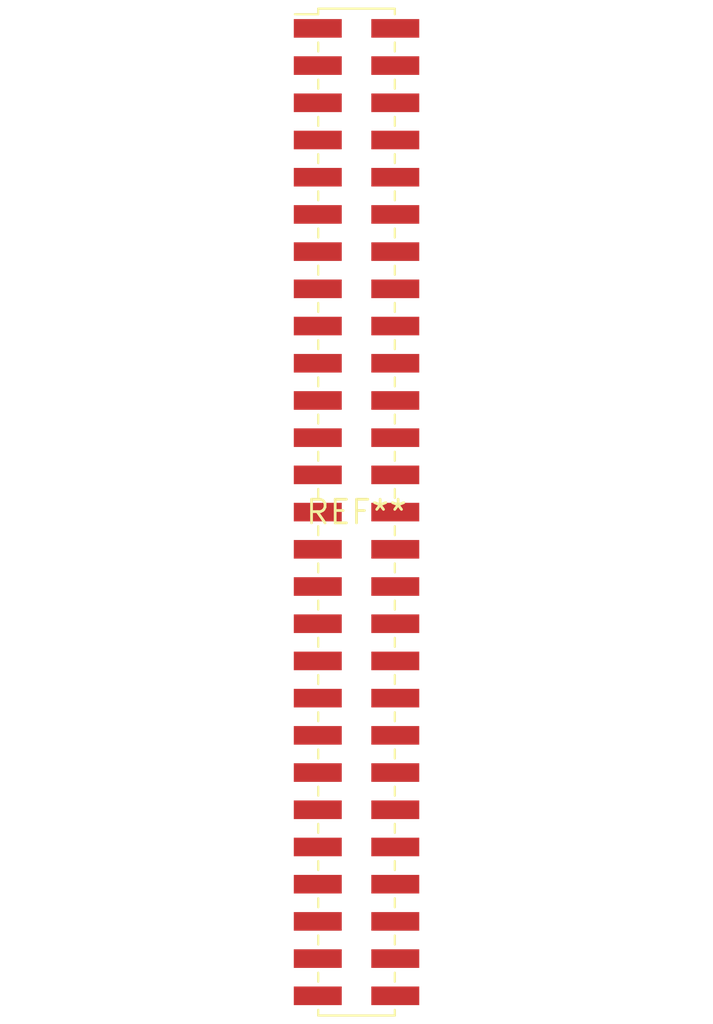
<source format=kicad_pcb>
(kicad_pcb (version 20240108) (generator pcbnew)
  (layers (0 "F.Cu" signal) (31 "B.Cu" signal) (34 "B.Paste" user) (35 "F.Paste" user) (36 "B.SilkS" user "B.Silkscreen") (37 "F.SilkS" user "F.Silkscreen") (38 "B.Mask" user) (39 "F.Mask" user) (44 "Edge.Cuts" user))
  (net 0 "")
  (footprint "PinHeader_2x27_P2.00mm_Vertical_SMD" (layer "F.Cu") (at 0 0)
    (property "Reference" "REF**")
    (property "Value" "PinHeader_2x27_P2.00mm_Vertical_SMD")
    (fp_line (start -3.315 -26.76) (end -2.06 -26.76) (layer "F.SilkS") (stroke (width 0.12)))
    (fp_line (start -2.06 -27.06) (end -2.06 -26.76) (layer "F.SilkS") (stroke (width 0.12)))
    (fp_line (start -2.06 -27.06) (end 2.06 -27.06) (layer "F.SilkS") (stroke (width 0.12)))
    (fp_line (start -2.06 -25.24) (end -2.06 -24.76) (layer "F.SilkS") (stroke (width 0.12)))
    (fp_line (start -2.06 -23.24) (end -2.06 -22.76) (layer "F.SilkS") (stroke (width 0.12)))
    (fp_line (start -2.06 -21.24) (end -2.06 -20.76) (layer "F.SilkS") (stroke (width 0.12)))
    (fp_line (start -2.06 -19.24) (end -2.06 -18.76) (layer "F.SilkS") (stroke (width 0.12)))
    (fp_line (start -2.06 -17.24) (end -2.06 -16.76) (layer "F.SilkS") (stroke (width 0.12)))
    (fp_line (start -2.06 -15.24) (end -2.06 -14.76) (layer "F.SilkS") (stroke (width 0.12)))
    (fp_line (start -2.06 -13.24) (end -2.06 -12.76) (layer "F.SilkS") (stroke (width 0.12)))
    (fp_line (start -2.06 -11.24) (end -2.06 -10.76) (layer "F.SilkS") (stroke (width 0.12)))
    (fp_line (start -2.06 -9.24) (end -2.06 -8.76) (layer "F.SilkS") (stroke (width 0.12)))
    (fp_line (start -2.06 -7.24) (end -2.06 -6.76) (layer "F.SilkS") (stroke (width 0.12)))
    (fp_line (start -2.06 -5.24) (end -2.06 -4.76) (layer "F.SilkS") (stroke (width 0.12)))
    (fp_line (start -2.06 -3.24) (end -2.06 -2.76) (layer "F.SilkS") (stroke (width 0.12)))
    (fp_line (start -2.06 -1.24) (end -2.06 -0.76) (layer "F.SilkS") (stroke (width 0.12)))
    (fp_line (start -2.06 0.76) (end -2.06 1.24) (layer "F.SilkS") (stroke (width 0.12)))
    (fp_line (start -2.06 2.76) (end -2.06 3.24) (layer "F.SilkS") (stroke (width 0.12)))
    (fp_line (start -2.06 4.76) (end -2.06 5.24) (layer "F.SilkS") (stroke (width 0.12)))
    (fp_line (start -2.06 6.76) (end -2.06 7.24) (layer "F.SilkS") (stroke (width 0.12)))
    (fp_line (start -2.06 8.76) (end -2.06 9.24) (layer "F.SilkS") (stroke (width 0.12)))
    (fp_line (start -2.06 10.76) (end -2.06 11.24) (layer "F.SilkS") (stroke (width 0.12)))
    (fp_line (start -2.06 12.76) (end -2.06 13.24) (layer "F.SilkS") (stroke (width 0.12)))
    (fp_line (start -2.06 14.76) (end -2.06 15.24) (layer "F.SilkS") (stroke (width 0.12)))
    (fp_line (start -2.06 16.76) (end -2.06 17.24) (layer "F.SilkS") (stroke (width 0.12)))
    (fp_line (start -2.06 18.76) (end -2.06 19.24) (layer "F.SilkS") (stroke (width 0.12)))
    (fp_line (start -2.06 20.76) (end -2.06 21.24) (layer "F.SilkS") (stroke (width 0.12)))
    (fp_line (start -2.06 22.76) (end -2.06 23.24) (layer "F.SilkS") (stroke (width 0.12)))
    (fp_line (start -2.06 24.76) (end -2.06 25.24) (layer "F.SilkS") (stroke (width 0.12)))
    (fp_line (start -2.06 26.76) (end -2.06 27.06) (layer "F.SilkS") (stroke (width 0.12)))
    (fp_line (start -2.06 27.06) (end 2.06 27.06) (layer "F.SilkS") (stroke (width 0.12)))
    (fp_line (start 2.06 -27.06) (end 2.06 -26.76) (layer "F.SilkS") (stroke (width 0.12)))
    (fp_line (start 2.06 -25.24) (end 2.06 -24.76) (layer "F.SilkS") (stroke (width 0.12)))
    (fp_line (start 2.06 -23.24) (end 2.06 -22.76) (layer "F.SilkS") (stroke (width 0.12)))
    (fp_line (start 2.06 -21.24) (end 2.06 -20.76) (layer "F.SilkS") (stroke (width 0.12)))
    (fp_line (start 2.06 -19.24) (end 2.06 -18.76) (layer "F.SilkS") (stroke (width 0.12)))
    (fp_line (start 2.06 -17.24) (end 2.06 -16.76) (layer "F.SilkS") (stroke (width 0.12)))
    (fp_line (start 2.06 -15.24) (end 2.06 -14.76) (layer "F.SilkS") (stroke (width 0.12)))
    (fp_line (start 2.06 -13.24) (end 2.06 -12.76) (layer "F.SilkS") (stroke (width 0.12)))
    (fp_line (start 2.06 -11.24) (end 2.06 -10.76) (layer "F.SilkS") (stroke (width 0.12)))
    (fp_line (start 2.06 -9.24) (end 2.06 -8.76) (layer "F.SilkS") (stroke (width 0.12)))
    (fp_line (start 2.06 -7.24) (end 2.06 -6.76) (layer "F.SilkS") (stroke (width 0.12)))
    (fp_line (start 2.06 -5.24) (end 2.06 -4.76) (layer "F.SilkS") (stroke (width 0.12)))
    (fp_line (start 2.06 -3.24) (end 2.06 -2.76) (layer "F.SilkS") (stroke (width 0.12)))
    (fp_line (start 2.06 -1.24) (end 2.06 -0.76) (layer "F.SilkS") (stroke (width 0.12)))
    (fp_line (start 2.06 0.76) (end 2.06 1.24) (layer "F.SilkS") (stroke (width 0.12)))
    (fp_line (start 2.06 2.76) (end 2.06 3.24) (layer "F.SilkS") (stroke (width 0.12)))
    (fp_line (start 2.06 4.76) (end 2.06 5.24) (layer "F.SilkS") (stroke (width 0.12)))
    (fp_line (start 2.06 6.76) (end 2.06 7.24) (layer "F.SilkS") (stroke (width 0.12)))
    (fp_line (start 2.06 8.76) (end 2.06 9.24) (layer "F.SilkS") (stroke (width 0.12)))
    (fp_line (start 2.06 10.76) (end 2.06 11.24) (layer "F.SilkS") (stroke (width 0.12)))
    (fp_line (start 2.06 12.76) (end 2.06 13.24) (layer "F.SilkS") (stroke (width 0.12)))
    (fp_line (start 2.06 14.76) (end 2.06 15.24) (layer "F.SilkS") (stroke (width 0.12)))
    (fp_line (start 2.06 16.76) (end 2.06 17.24) (layer "F.SilkS") (stroke (width 0.12)))
    (fp_line (start 2.06 18.76) (end 2.06 19.24) (layer "F.SilkS") (stroke (width 0.12)))
    (fp_line (start 2.06 20.76) (end 2.06 21.24) (layer "F.SilkS") (stroke (width 0.12)))
    (fp_line (start 2.06 22.76) (end 2.06 23.24) (layer "F.SilkS") (stroke (width 0.12)))
    (fp_line (start 2.06 24.76) (end 2.06 25.24) (layer "F.SilkS") (stroke (width 0.12)))
    (fp_line (start 2.06 26.76) (end 2.06 27.06) (layer "F.SilkS") (stroke (width 0.12)))
    (pad "1" smd rect (at -2.085 -26) (size 2.58 1) (layers "F.Cu" "F.Paste" "F.Mask"))
    (pad "2" smd rect (at 2.085 -26) (size 2.58 1) (layers "F.Cu" "F.Paste" "F.Mask"))
    (pad "3" smd rect (at -2.085 -24) (size 2.58 1) (layers "F.Cu" "F.Paste" "F.Mask"))
    (pad "4" smd rect (at 2.085 -24) (size 2.58 1) (layers "F.Cu" "F.Paste" "F.Mask"))
    (pad "5" smd rect (at -2.085 -22) (size 2.58 1) (layers "F.Cu" "F.Paste" "F.Mask"))
    (pad "6" smd rect (at 2.085 -22) (size 2.58 1) (layers "F.Cu" "F.Paste" "F.Mask"))
    (pad "7" smd rect (at -2.085 -20) (size 2.58 1) (layers "F.Cu" "F.Paste" "F.Mask"))
    (pad "8" smd rect (at 2.085 -20) (size 2.58 1) (layers "F.Cu" "F.Paste" "F.Mask"))
    (pad "9" smd rect (at -2.085 -18) (size 2.58 1) (layers "F.Cu" "F.Paste" "F.Mask"))
    (pad "10" smd rect (at 2.085 -18) (size 2.58 1) (layers "F.Cu" "F.Paste" "F.Mask"))
    (pad "11" smd rect (at -2.085 -16) (size 2.58 1) (layers "F.Cu" "F.Paste" "F.Mask"))
    (pad "12" smd rect (at 2.085 -16) (size 2.58 1) (layers "F.Cu" "F.Paste" "F.Mask"))
    (pad "13" smd rect (at -2.085 -14) (size 2.58 1) (layers "F.Cu" "F.Paste" "F.Mask"))
    (pad "14" smd rect (at 2.085 -14) (size 2.58 1) (layers "F.Cu" "F.Paste" "F.Mask"))
    (pad "15" smd rect (at -2.085 -12) (size 2.58 1) (layers "F.Cu" "F.Paste" "F.Mask"))
    (pad "16" smd rect (at 2.085 -12) (size 2.58 1) (layers "F.Cu" "F.Paste" "F.Mask"))
    (pad "17" smd rect (at -2.085 -10) (size 2.58 1) (layers "F.Cu" "F.Paste" "F.Mask"))
    (pad "18" smd rect (at 2.085 -10) (size 2.58 1) (layers "F.Cu" "F.Paste" "F.Mask"))
    (pad "19" smd rect (at -2.085 -8) (size 2.58 1) (layers "F.Cu" "F.Paste" "F.Mask"))
    (pad "20" smd rect (at 2.085 -8) (size 2.58 1) (layers "F.Cu" "F.Paste" "F.Mask"))
    (pad "21" smd rect (at -2.085 -6) (size 2.58 1) (layers "F.Cu" "F.Paste" "F.Mask"))
    (pad "22" smd rect (at 2.085 -6) (size 2.58 1) (layers "F.Cu" "F.Paste" "F.Mask"))
    (pad "23" smd rect (at -2.085 -4) (size 2.58 1) (layers "F.Cu" "F.Paste" "F.Mask"))
    (pad "24" smd rect (at 2.085 -4) (size 2.58 1) (layers "F.Cu" "F.Paste" "F.Mask"))
    (pad "25" smd rect (at -2.085 -2) (size 2.58 1) (layers "F.Cu" "F.Paste" "F.Mask"))
    (pad "26" smd rect (at 2.085 -2) (size 2.58 1) (layers "F.Cu" "F.Paste" "F.Mask"))
    (pad "27" smd rect (at -2.085 0) (size 2.58 1) (layers "F.Cu" "F.Paste" "F.Mask"))
    (pad "28" smd rect (at 2.085 0) (size 2.58 1) (layers "F.Cu" "F.Paste" "F.Mask"))
    (pad "29" smd rect (at -2.085 2) (size 2.58 1) (layers "F.Cu" "F.Paste" "F.Mask"))
    (pad "30" smd rect (at 2.085 2) (size 2.58 1) (layers "F.Cu" "F.Paste" "F.Mask"))
    (pad "31" smd rect (at -2.085 4) (size 2.58 1) (layers "F.Cu" "F.Paste" "F.Mask"))
    (pad "32" smd rect (at 2.085 4) (size 2.58 1) (layers "F.Cu" "F.Paste" "F.Mask"))
    (pad "33" smd rect (at -2.085 6) (size 2.58 1) (layers "F.Cu" "F.Paste" "F.Mask"))
    (pad "34" smd rect (at 2.085 6) (size 2.58 1) (layers "F.Cu" "F.Paste" "F.Mask"))
    (pad "35" smd rect (at -2.085 8) (size 2.58 1) (layers "F.Cu" "F.Paste" "F.Mask"))
    (pad "36" smd rect (at 2.085 8) (size 2.58 1) (layers "F.Cu" "F.Paste" "F.Mask"))
    (pad "37" smd rect (at -2.085 10) (size 2.58 1) (layers "F.Cu" "F.Paste" "F.Mask"))
    (pad "38" smd rect (at 2.085 10) (size 2.58 1) (layers "F.Cu" "F.Paste" "F.Mask"))
    (pad "39" smd rect (at -2.085 12) (size 2.58 1) (layers "F.Cu" "F.Paste" "F.Mask"))
    (pad "40" smd rect (at 2.085 12) (size 2.58 1) (layers "F.Cu" "F.Paste" "F.Mask"))
    (pad "41" smd rect (at -2.085 14) (size 2.58 1) (layers "F.Cu" "F.Paste" "F.Mask"))
    (pad "42" smd rect (at 2.085 14) (size 2.58 1) (layers "F.Cu" "F.Paste" "F.Mask"))
    (pad "43" smd rect (at -2.085 16) (size 2.58 1) (layers "F.Cu" "F.Paste" "F.Mask"))
    (pad "44" smd rect (at 2.085 16) (size 2.58 1) (layers "F.Cu" "F.Paste" "F.Mask"))
    (pad "45" smd rect (at -2.085 18) (size 2.58 1) (layers "F.Cu" "F.Paste" "F.Mask"))
    (pad "46" smd rect (at 2.085 18) (size 2.58 1) (layers "F.Cu" "F.Paste" "F.Mask"))
    (pad "47" smd rect (at -2.085 20) (size 2.58 1) (layers "F.Cu" "F.Paste" "F.Mask"))
    (pad "48" smd rect (at 2.085 20) (size 2.58 1) (layers "F.Cu" "F.Paste" "F.Mask"))
    (pad "49" smd rect (at -2.085 22) (size 2.58 1) (layers "F.Cu" "F.Paste" "F.Mask"))
    (pad "50" smd rect (at 2.085 22) (size 2.58 1) (layers "F.Cu" "F.Paste" "F.Mask"))
    (pad "51" smd rect (at -2.085 24) (size 2.58 1) (layers "F.Cu" "F.Paste" "F.Mask"))
    (pad "52" smd rect (at 2.085 24) (size 2.58 1) (layers "F.Cu" "F.Paste" "F.Mask"))
    (pad "53" smd rect (at -2.085 26) (size 2.58 1) (layers "F.Cu" "F.Paste" "F.Mask"))
    (pad "54" smd rect (at 2.085 26) (size 2.58 1) (layers "F.Cu" "F.Paste" "F.Mask"))
  )
)
</source>
